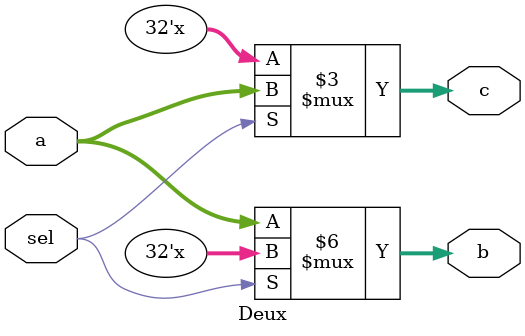
<source format=sv>
module Deux
(
   input  logic [31:0] a,
   input  logic        sel,
   output logic [31:0] b,
   output logic [31:0] c
);

always_comb begin

   if (sel) begin
      c = a; 
   end 

   else begin
      b = a; 
   end

end
endmodule
</source>
